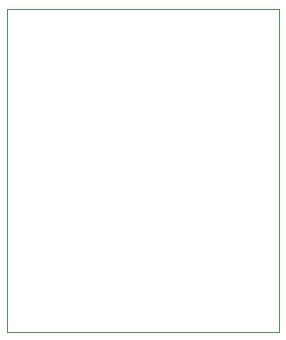
<source format=gbr>
%TF.GenerationSoftware,KiCad,Pcbnew,5.1.10*%
%TF.CreationDate,2021-07-28T16:24:32-07:00*%
%TF.ProjectId,dogbone,646f6762-6f6e-4652-9e6b-696361645f70,rev?*%
%TF.SameCoordinates,Original*%
%TF.FileFunction,Profile,NP*%
%FSLAX46Y46*%
G04 Gerber Fmt 4.6, Leading zero omitted, Abs format (unit mm)*
G04 Created by KiCad (PCBNEW 5.1.10) date 2021-07-28 16:24:32*
%MOMM*%
%LPD*%
G01*
G04 APERTURE LIST*
%TA.AperFunction,Profile*%
%ADD10C,0.050000*%
%TD*%
G04 APERTURE END LIST*
D10*
X67577000Y-76073000D02*
X67577000Y-103427000D01*
X44577000Y-103427000D02*
X67577000Y-103427000D01*
X44577000Y-76073000D02*
X67577000Y-76073000D01*
X44577000Y-76073000D02*
X44577000Y-103427000D01*
M02*

</source>
